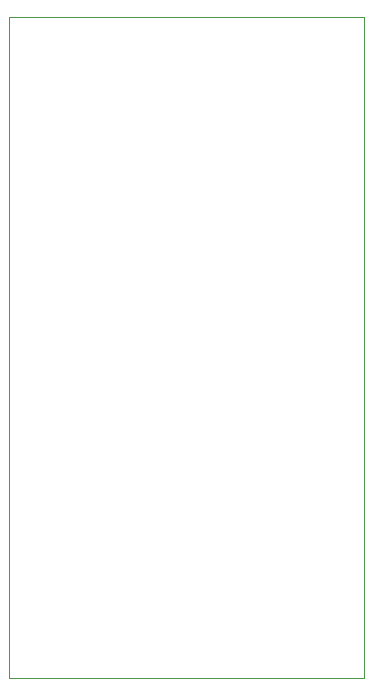
<source format=gbr>
G04 #@! TF.GenerationSoftware,KiCad,Pcbnew,(5.1.5)-3*
G04 #@! TF.CreationDate,2020-06-27T20:36:36+01:00*
G04 #@! TF.ProjectId,Schematic,53636865-6d61-4746-9963-2e6b69636164,v0.1*
G04 #@! TF.SameCoordinates,Original*
G04 #@! TF.FileFunction,Profile,NP*
%FSLAX46Y46*%
G04 Gerber Fmt 4.6, Leading zero omitted, Abs format (unit mm)*
G04 Created by KiCad (PCBNEW (5.1.5)-3) date 2020-06-27 20:36:36*
%MOMM*%
%LPD*%
G04 APERTURE LIST*
G04 #@! TA.AperFunction,Profile*
%ADD10C,0.050000*%
G04 #@! TD*
G04 APERTURE END LIST*
D10*
X200000000Y-110000000D02*
X200000000Y-110500000D01*
X170000000Y-110000000D02*
X170000000Y-110500000D01*
X200000000Y-55000000D02*
X200000000Y-54500000D01*
X170000000Y-55000000D02*
X170000000Y-54500000D01*
X200000000Y-55000000D02*
X200000000Y-80000000D01*
X170000000Y-80000000D02*
X170000000Y-55000000D01*
X170000000Y-110000000D02*
X170000000Y-80000000D01*
X200000000Y-110500000D02*
X170000000Y-110500000D01*
X200000000Y-80000000D02*
X200000000Y-110000000D01*
X170000000Y-54500000D02*
X200000000Y-54500000D01*
M02*

</source>
